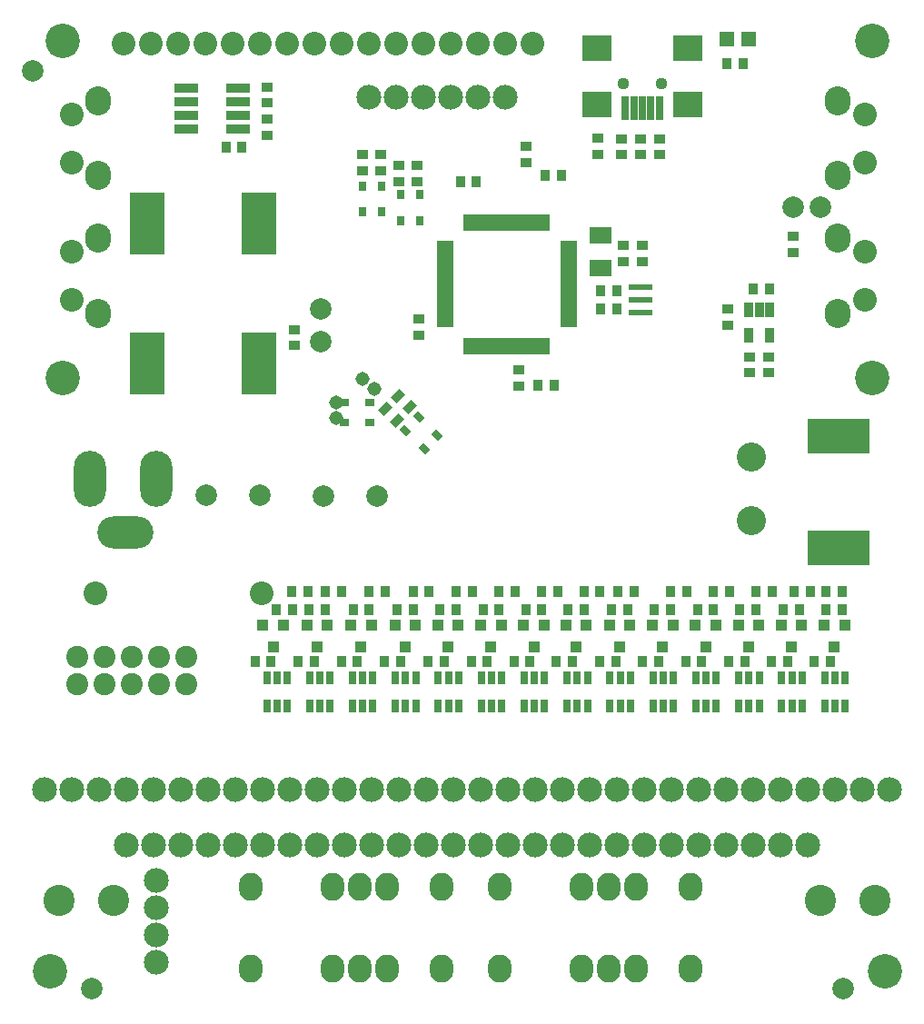
<source format=gts>
G04 Layer_Color=8388736*
%FSAX25Y25*%
%MOIN*%
G70*
G01*
G75*
%ADD79R,0.03386X0.02795*%
G04:AMPARAMS|DCode=80|XSize=31.89mil|YSize=43.7mil|CornerRadius=0mil|HoleSize=0mil|Usage=FLASHONLY|Rotation=135.000|XOffset=0mil|YOffset=0mil|HoleType=Round|Shape=Rectangle|*
%AMROTATEDRECTD80*
4,1,4,0.02673,0.00418,-0.00418,-0.02673,-0.02673,-0.00418,0.00418,0.02673,0.02673,0.00418,0.0*
%
%ADD80ROTATEDRECTD80*%

G04:AMPARAMS|DCode=81|XSize=33.86mil|YSize=27.95mil|CornerRadius=0mil|HoleSize=0mil|Usage=FLASHONLY|Rotation=315.000|XOffset=0mil|YOffset=0mil|HoleType=Round|Shape=Rectangle|*
%AMROTATEDRECTD81*
4,1,4,-0.02185,0.00209,-0.00209,0.02185,0.02185,-0.00209,0.00209,-0.02185,-0.02185,0.00209,0.0*
%
%ADD81ROTATEDRECTD81*%

%ADD82R,0.04370X0.03189*%
%ADD83R,0.02795X0.03386*%
%ADD84R,0.13031X0.22874*%
%ADD85R,0.03976X0.04370*%
%ADD86R,0.03189X0.04370*%
%ADD87R,0.10669X0.09488*%
%ADD88R,0.02795X0.08701*%
%ADD89R,0.06339X0.01890*%
%ADD90R,0.01890X0.06339*%
%ADD91R,0.02795X0.04764*%
%ADD92R,0.08701X0.02402*%
%ADD93R,0.05551X0.05551*%
%ADD94R,0.09094X0.03189*%
%ADD95R,0.03189X0.05551*%
%ADD96R,0.03583X0.05551*%
%ADD97R,0.07913X0.05945*%
%ADD98R,0.22874X0.13031*%
%ADD99C,0.07874*%
%ADD100C,0.11457*%
%ADD101C,0.09094*%
%ADD102C,0.08701*%
%ADD103C,0.10669*%
%ADD104C,0.08110*%
%ADD105O,0.08701X0.10276*%
%ADD106O,0.20512X0.11850*%
%ADD107O,0.11850X0.20512*%
%ADD108C,0.07913*%
%ADD109O,0.09488X0.10669*%
%ADD110C,0.04370*%
%ADD111C,0.12638*%
%ADD112C,0.05158*%
D79*
X0133465Y0215748D02*
D03*
X0124016D02*
D03*
X0133465Y0222835D02*
D03*
X0124016D02*
D03*
D80*
X0143856Y0225436D02*
D03*
X0148031Y0221260D02*
D03*
X0143427Y0216416D02*
D03*
X0139251Y0220592D02*
D03*
D81*
X0153341Y0206108D02*
D03*
X0146659Y0212790D02*
D03*
X0158268Y0211024D02*
D03*
X0151586Y0217705D02*
D03*
D82*
X0144095Y0304134D02*
D03*
Y0310039D02*
D03*
X0150787D02*
D03*
Y0304134D02*
D03*
X0137402Y0313976D02*
D03*
Y0308071D02*
D03*
X0130709D02*
D03*
Y0313976D02*
D03*
X0190945Y0311024D02*
D03*
Y0316929D02*
D03*
X0095669Y0321063D02*
D03*
Y0326969D02*
D03*
X0188189Y0228937D02*
D03*
Y0234843D02*
D03*
X0272835Y0233898D02*
D03*
Y0239803D02*
D03*
X0279921Y0233898D02*
D03*
Y0239803D02*
D03*
X0217323Y0319882D02*
D03*
Y0313976D02*
D03*
X0225697Y0313850D02*
D03*
Y0319756D02*
D03*
X0232697Y0313850D02*
D03*
Y0319756D02*
D03*
X0239697Y0313850D02*
D03*
Y0319756D02*
D03*
X0288976Y0284055D02*
D03*
Y0278150D02*
D03*
X0233465Y0280512D02*
D03*
Y0274606D02*
D03*
X0095669Y0338780D02*
D03*
Y0332874D02*
D03*
X0105905Y0249803D02*
D03*
Y0243898D02*
D03*
X0226378Y0280512D02*
D03*
Y0274606D02*
D03*
X0151575Y0247638D02*
D03*
Y0253543D02*
D03*
X0264961Y0257283D02*
D03*
Y0251378D02*
D03*
D83*
X0130709Y0302362D02*
D03*
Y0292913D02*
D03*
X0137795Y0302362D02*
D03*
Y0292913D02*
D03*
X0144882Y0299213D02*
D03*
Y0289764D02*
D03*
X0151969Y0299213D02*
D03*
Y0289764D02*
D03*
D84*
X0051968Y0288583D02*
D03*
X0092913D02*
D03*
X0051968Y0237402D02*
D03*
X0092913D02*
D03*
D85*
X0209252Y0133465D02*
D03*
X0205512Y0141339D02*
D03*
X0212992D02*
D03*
X0193701Y0133465D02*
D03*
X0189961Y0141339D02*
D03*
X0197441D02*
D03*
X0225197Y0133465D02*
D03*
X0221457Y0141339D02*
D03*
X0228937D02*
D03*
X0177953Y0133465D02*
D03*
X0174213Y0141339D02*
D03*
X0181693D02*
D03*
X0162205Y0133465D02*
D03*
X0158465Y0141339D02*
D03*
X0165945D02*
D03*
X0146457Y0133465D02*
D03*
X0142717Y0141339D02*
D03*
X0150197D02*
D03*
X0130315Y0133465D02*
D03*
X0126575Y0141339D02*
D03*
X0134055D02*
D03*
X0114173Y0133465D02*
D03*
X0110433Y0141339D02*
D03*
X0117913D02*
D03*
X0098032Y0133465D02*
D03*
X0094291Y0141339D02*
D03*
X0101772D02*
D03*
X0240945Y0133465D02*
D03*
X0237205Y0141339D02*
D03*
X0244685D02*
D03*
X0256693Y0133465D02*
D03*
X0252953Y0141339D02*
D03*
X0260433D02*
D03*
X0272441Y0133465D02*
D03*
X0268701Y0141339D02*
D03*
X0276181D02*
D03*
X0288189Y0133465D02*
D03*
X0284449Y0141339D02*
D03*
X0291929D02*
D03*
X0303937Y0133465D02*
D03*
X0300197Y0141339D02*
D03*
X0307677D02*
D03*
D86*
X0180905Y0146850D02*
D03*
X0175000D02*
D03*
X0149409D02*
D03*
X0143504D02*
D03*
X0133268D02*
D03*
X0127362D02*
D03*
X0117126D02*
D03*
X0111221D02*
D03*
X0105118D02*
D03*
X0099213D02*
D03*
X0212008D02*
D03*
X0206102D02*
D03*
X0228150D02*
D03*
X0222244D02*
D03*
X0243898D02*
D03*
X0237992D02*
D03*
X0259646D02*
D03*
X0253740D02*
D03*
X0196653D02*
D03*
X0190748D02*
D03*
X0275197D02*
D03*
X0269291D02*
D03*
X0306890D02*
D03*
X0300984D02*
D03*
X0165157D02*
D03*
X0159252D02*
D03*
X0296654Y0127953D02*
D03*
X0302559D02*
D03*
X0233661D02*
D03*
X0239567D02*
D03*
X0170669D02*
D03*
X0176575D02*
D03*
X0107283Y0127953D02*
D03*
X0113189D02*
D03*
X0306890Y0153543D02*
D03*
X0300984D02*
D03*
X0243898D02*
D03*
X0249803D02*
D03*
X0180905D02*
D03*
X0186811D02*
D03*
X0117126D02*
D03*
X0123031D02*
D03*
X0280906Y0127953D02*
D03*
X0286811D02*
D03*
X0217913D02*
D03*
X0223819D02*
D03*
X0154921Y0127953D02*
D03*
X0160827D02*
D03*
X0091338D02*
D03*
X0097244D02*
D03*
X0289173Y0153543D02*
D03*
X0295079D02*
D03*
X0224606D02*
D03*
X0230512D02*
D03*
X0165157D02*
D03*
X0171063D02*
D03*
X0104921D02*
D03*
X0110827D02*
D03*
X0265157Y0127953D02*
D03*
X0271063D02*
D03*
X0201969D02*
D03*
X0207874D02*
D03*
X0138976Y0127953D02*
D03*
X0144882D02*
D03*
X0275197Y0153543D02*
D03*
X0281102D02*
D03*
X0212008D02*
D03*
X0217913D02*
D03*
X0149409D02*
D03*
X0155315D02*
D03*
X0249409Y0127953D02*
D03*
X0255315D02*
D03*
X0186417D02*
D03*
X0192323D02*
D03*
X0123031Y0127953D02*
D03*
X0128937D02*
D03*
X0259646Y0153543D02*
D03*
X0265551D02*
D03*
X0196653D02*
D03*
X0202559D02*
D03*
X0133268D02*
D03*
X0139173D02*
D03*
X0080709Y0316535D02*
D03*
X0086614D02*
D03*
X0224059Y0263953D02*
D03*
X0218154D02*
D03*
X0224059Y0257453D02*
D03*
X0218154D02*
D03*
X0264547Y0347441D02*
D03*
X0270453D02*
D03*
X0166732Y0303937D02*
D03*
X0172638D02*
D03*
X0201197Y0229394D02*
D03*
X0195291D02*
D03*
X0197835Y0306299D02*
D03*
X0203740D02*
D03*
X0280118Y0264567D02*
D03*
X0274213D02*
D03*
X0291142Y0146850D02*
D03*
X0285236D02*
D03*
D87*
X0216965Y0353028D02*
D03*
X0250035D02*
D03*
X0216965Y0332161D02*
D03*
X0250035D02*
D03*
D88*
X0239799Y0330980D02*
D03*
X0236650D02*
D03*
X0233500D02*
D03*
X0230350D02*
D03*
X0227201D02*
D03*
D89*
X0206382Y0251630D02*
D03*
Y0253598D02*
D03*
Y0255567D02*
D03*
Y0257536D02*
D03*
Y0259504D02*
D03*
Y0261473D02*
D03*
Y0263441D02*
D03*
Y0265409D02*
D03*
Y0267378D02*
D03*
Y0269346D02*
D03*
Y0271315D02*
D03*
Y0273284D02*
D03*
Y0275252D02*
D03*
Y0277221D02*
D03*
Y0279189D02*
D03*
Y0281157D02*
D03*
X0161106D02*
D03*
Y0279189D02*
D03*
Y0277221D02*
D03*
Y0275252D02*
D03*
Y0273284D02*
D03*
Y0271315D02*
D03*
Y0269346D02*
D03*
Y0267378D02*
D03*
Y0265409D02*
D03*
Y0263441D02*
D03*
Y0261473D02*
D03*
Y0259504D02*
D03*
Y0257536D02*
D03*
Y0255567D02*
D03*
Y0253598D02*
D03*
Y0251630D02*
D03*
D90*
X0198508Y0289032D02*
D03*
X0196539D02*
D03*
X0194571D02*
D03*
X0192602D02*
D03*
X0190634D02*
D03*
X0188665D02*
D03*
X0186697D02*
D03*
X0184728D02*
D03*
X0182760D02*
D03*
X0180791D02*
D03*
X0178823D02*
D03*
X0176854D02*
D03*
X0174886D02*
D03*
X0172917D02*
D03*
X0170949D02*
D03*
X0168980D02*
D03*
Y0243756D02*
D03*
X0170949D02*
D03*
X0172917D02*
D03*
X0174886D02*
D03*
X0176854D02*
D03*
X0178823D02*
D03*
X0180791D02*
D03*
X0182760D02*
D03*
X0184728D02*
D03*
X0186697D02*
D03*
X0188665D02*
D03*
X0190634D02*
D03*
X0192602D02*
D03*
X0194571D02*
D03*
X0196539D02*
D03*
X0198508D02*
D03*
D91*
X0304134Y0111811D02*
D03*
X0307874D02*
D03*
X0300394D02*
D03*
Y0122047D02*
D03*
X0304134D02*
D03*
X0307874D02*
D03*
X0244882D02*
D03*
X0241142D02*
D03*
X0237402D02*
D03*
Y0111811D02*
D03*
X0244882D02*
D03*
X0241142D02*
D03*
X0178150D02*
D03*
X0181890D02*
D03*
X0174409D02*
D03*
Y0122047D02*
D03*
X0178150D02*
D03*
X0181890D02*
D03*
X0118898D02*
D03*
X0115157D02*
D03*
X0111417D02*
D03*
Y0111811D02*
D03*
X0118898D02*
D03*
X0115157D02*
D03*
X0288386D02*
D03*
X0292126D02*
D03*
X0284646D02*
D03*
Y0122047D02*
D03*
X0288386D02*
D03*
X0292126D02*
D03*
X0229134D02*
D03*
X0225394D02*
D03*
X0221654D02*
D03*
Y0111811D02*
D03*
X0229134D02*
D03*
X0225394D02*
D03*
X0162402D02*
D03*
X0166142D02*
D03*
X0158661D02*
D03*
Y0122047D02*
D03*
X0162402D02*
D03*
X0166142D02*
D03*
X0103150D02*
D03*
X0099410D02*
D03*
X0095669D02*
D03*
Y0111811D02*
D03*
X0103150D02*
D03*
X0099410D02*
D03*
X0272638D02*
D03*
X0276378D02*
D03*
X0268898D02*
D03*
Y0122047D02*
D03*
X0272638D02*
D03*
X0276378D02*
D03*
X0213386D02*
D03*
X0209646D02*
D03*
X0205906D02*
D03*
Y0111811D02*
D03*
X0213386D02*
D03*
X0209646D02*
D03*
X0146653D02*
D03*
X0150394D02*
D03*
X0142913D02*
D03*
Y0122047D02*
D03*
X0146653D02*
D03*
X0150394D02*
D03*
X0256890Y0111811D02*
D03*
X0260630D02*
D03*
X0253150D02*
D03*
Y0122047D02*
D03*
X0256890D02*
D03*
X0260630D02*
D03*
X0197638D02*
D03*
X0193898D02*
D03*
X0190157D02*
D03*
Y0111811D02*
D03*
X0197638D02*
D03*
X0193898D02*
D03*
X0130905D02*
D03*
X0134646D02*
D03*
X0127165D02*
D03*
Y0122047D02*
D03*
X0130905D02*
D03*
X0134646D02*
D03*
D92*
X0232677Y0255906D02*
D03*
Y0260630D02*
D03*
Y0265354D02*
D03*
D93*
X0272634Y0356441D02*
D03*
X0264366D02*
D03*
D94*
X0085039Y0323209D02*
D03*
Y0328209D02*
D03*
Y0333209D02*
D03*
Y0338209D02*
D03*
X0066142Y0323209D02*
D03*
Y0328209D02*
D03*
Y0333209D02*
D03*
Y0338209D02*
D03*
D95*
X0280118Y0257087D02*
D03*
X0276378D02*
D03*
X0272638D02*
D03*
D96*
Y0247638D02*
D03*
X0280118D02*
D03*
D97*
X0218110Y0284252D02*
D03*
Y0272441D02*
D03*
D98*
X0305512Y0210630D02*
D03*
Y0169685D02*
D03*
D99*
X0031496Y0007874D02*
D03*
X0307087D02*
D03*
X0009843Y0344488D02*
D03*
D100*
X0298819Y0040157D02*
D03*
X0318898D02*
D03*
X0039567D02*
D03*
X0019488D02*
D03*
D101*
X0183150Y0335039D02*
D03*
X0173150D02*
D03*
X0163150D02*
D03*
X0153150D02*
D03*
X0143150D02*
D03*
X0133150D02*
D03*
X0055118Y0017677D02*
D03*
Y0027677D02*
D03*
Y0037677D02*
D03*
Y0047677D02*
D03*
X0074213Y0060681D02*
D03*
X0064213D02*
D03*
X0054213D02*
D03*
X0044213D02*
D03*
X0084213D02*
D03*
X0094213D02*
D03*
X0104213D02*
D03*
X0114213D02*
D03*
X0124213D02*
D03*
X0134213D02*
D03*
X0144213D02*
D03*
X0154213D02*
D03*
X0164213D02*
D03*
X0174213D02*
D03*
X0184213D02*
D03*
X0194213D02*
D03*
X0204213D02*
D03*
X0214213D02*
D03*
X0224213D02*
D03*
X0234213D02*
D03*
X0244213D02*
D03*
X0254213D02*
D03*
X0264213D02*
D03*
X0274213D02*
D03*
X0284213D02*
D03*
X0294213D02*
D03*
X0044213Y0081102D02*
D03*
X0034213D02*
D03*
X0024213D02*
D03*
X0014213D02*
D03*
X0054213D02*
D03*
X0064213D02*
D03*
X0074213D02*
D03*
X0084213D02*
D03*
X0094213D02*
D03*
X0104213D02*
D03*
X0114213D02*
D03*
X0124213D02*
D03*
X0134213D02*
D03*
X0144213D02*
D03*
X0154213D02*
D03*
X0164213D02*
D03*
X0174213D02*
D03*
X0184213D02*
D03*
X0194213D02*
D03*
X0204213D02*
D03*
X0214213D02*
D03*
X0224213D02*
D03*
X0234213D02*
D03*
X0244213D02*
D03*
X0254213D02*
D03*
X0264213D02*
D03*
X0274213D02*
D03*
X0284213D02*
D03*
X0294213D02*
D03*
X0304213D02*
D03*
X0314213D02*
D03*
X0324213D02*
D03*
D102*
X0032677Y0153150D02*
D03*
X0093701D02*
D03*
X0315000Y0278299D02*
D03*
Y0260583D02*
D03*
Y0328799D02*
D03*
Y0311083D02*
D03*
X0024000Y0260583D02*
D03*
Y0278299D02*
D03*
Y0311083D02*
D03*
Y0328799D02*
D03*
X0043307Y0354724D02*
D03*
X0053307D02*
D03*
X0063307D02*
D03*
X0073307D02*
D03*
X0083307D02*
D03*
X0093307D02*
D03*
X0103307D02*
D03*
X0113307D02*
D03*
X0123307D02*
D03*
X0133307D02*
D03*
X0143307D02*
D03*
X0153307D02*
D03*
X0163307D02*
D03*
X0173307D02*
D03*
X0183307D02*
D03*
X0193307D02*
D03*
D103*
X0273622Y0179528D02*
D03*
Y0203150D02*
D03*
D104*
X0036299Y0119685D02*
D03*
Y0129685D02*
D03*
X0056299D02*
D03*
Y0119685D02*
D03*
X0046299Y0129685D02*
D03*
Y0119685D02*
D03*
X0066299D02*
D03*
Y0129685D02*
D03*
X0026299Y0119685D02*
D03*
Y0129685D02*
D03*
D105*
X0181114Y0045343D02*
D03*
X0211114D02*
D03*
X0221114D02*
D03*
X0231114D02*
D03*
X0251114D02*
D03*
Y0015343D02*
D03*
X0231114D02*
D03*
X0221114D02*
D03*
X0211114D02*
D03*
X0181114D02*
D03*
X0089713Y0045342D02*
D03*
X0119713D02*
D03*
X0129713D02*
D03*
X0139713D02*
D03*
X0159713D02*
D03*
Y0015342D02*
D03*
X0139713D02*
D03*
X0129713D02*
D03*
X0119713D02*
D03*
X0089713D02*
D03*
D106*
X0043701Y0175197D02*
D03*
D107*
X0055118Y0194882D02*
D03*
X0030709D02*
D03*
D108*
X0298819Y0294488D02*
D03*
X0288819D02*
D03*
X0115354Y0257480D02*
D03*
Y0245472D02*
D03*
X0073622Y0188976D02*
D03*
X0093307D02*
D03*
X0116535Y0188583D02*
D03*
X0136221D02*
D03*
D109*
X0305157Y0283221D02*
D03*
Y0255661D02*
D03*
Y0333720D02*
D03*
Y0306161D02*
D03*
X0033843Y0255661D02*
D03*
Y0283221D02*
D03*
Y0306161D02*
D03*
Y0333720D02*
D03*
D110*
X0226610Y0340035D02*
D03*
X0240390D02*
D03*
D111*
X0317717Y0355512D02*
D03*
X0020866D02*
D03*
Y0231890D02*
D03*
X0317717D02*
D03*
X0322441Y0014173D02*
D03*
X0016142D02*
D03*
D112*
X0130709Y0231496D02*
D03*
X0135039Y0227953D02*
D03*
X0121260Y0222835D02*
D03*
Y0217323D02*
D03*
M02*

</source>
